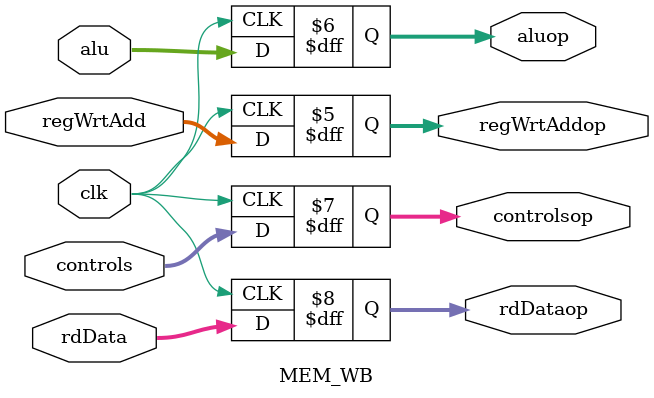
<source format=v>
`timescale 1ns / 1ps


module MEM_WB(
input [31:0] rdData,
input [9:0] controls,
input [31:0] alu,
input [4:0] regWrtAdd,
input clk,
output reg [31:0] rdDataop,
output reg [9:0] controlsop,
output reg [31:0] aluop,
output reg [4:0] regWrtAddop
    );
always @(posedge clk)
    rdDataop <= rdData;
always @(posedge clk)
    controlsop <= controls;
always @(posedge clk)
    aluop <= alu;
always @(posedge clk)
    regWrtAddop <= regWrtAdd;
endmodule

</source>
